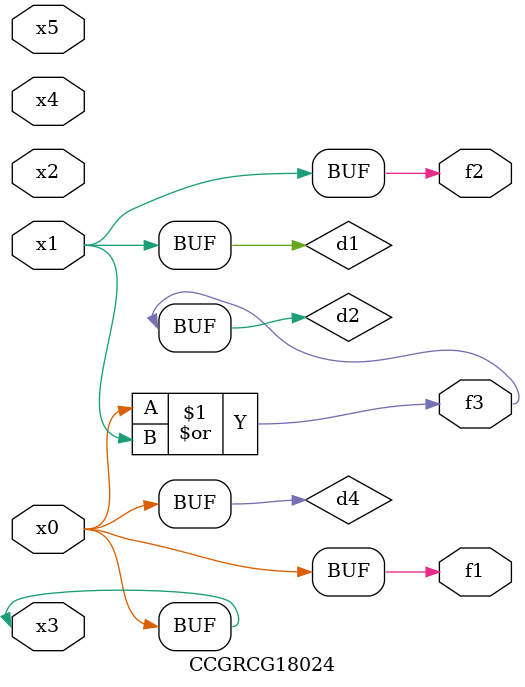
<source format=v>
module CCGRCG18024(
	input x0, x1, x2, x3, x4, x5,
	output f1, f2, f3
);

	wire d1, d2, d3, d4;

	and (d1, x1);
	or (d2, x0, x1);
	nand (d3, x0, x5);
	buf (d4, x0, x3);
	assign f1 = d4;
	assign f2 = d1;
	assign f3 = d2;
endmodule

</source>
